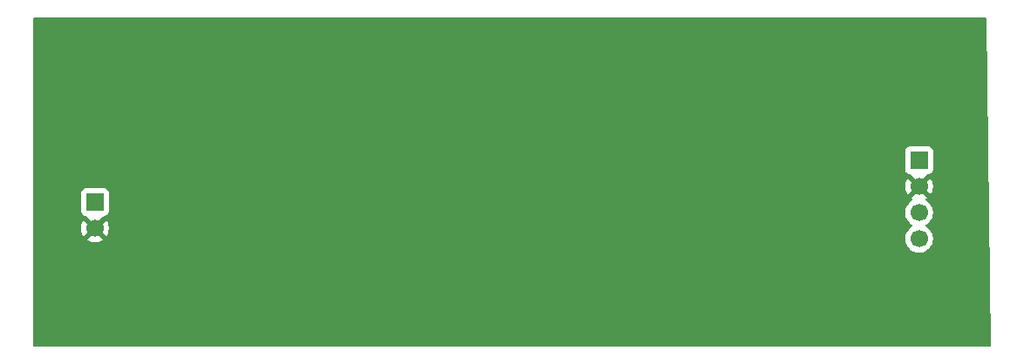
<source format=gbr>
%TF.GenerationSoftware,KiCad,Pcbnew,9.0.6*%
%TF.CreationDate,2026-01-29T23:50:48-08:00*%
%TF.ProjectId,PCB Warm-up,50434220-5761-4726-9d2d-75702e6b6963,rev?*%
%TF.SameCoordinates,Original*%
%TF.FileFunction,Copper,L2,Bot*%
%TF.FilePolarity,Positive*%
%FSLAX46Y46*%
G04 Gerber Fmt 4.6, Leading zero omitted, Abs format (unit mm)*
G04 Created by KiCad (PCBNEW 9.0.6) date 2026-01-29 23:50:48*
%MOMM*%
%LPD*%
G01*
G04 APERTURE LIST*
%TA.AperFunction,ComponentPad*%
%ADD10R,1.700000X1.700000*%
%TD*%
%TA.AperFunction,ComponentPad*%
%ADD11C,1.700000*%
%TD*%
G04 APERTURE END LIST*
D10*
%TO.P,J2,1,Pin_1*%
%TO.N,+3.3V*%
X181500000Y-107880000D03*
D11*
%TO.P,J2,2,Pin_2*%
%TO.N,GND*%
X181500000Y-110420000D03*
%TO.P,J2,3,Pin_3*%
%TO.N,Net-(J2-Pin_3)*%
X181500000Y-112960000D03*
%TO.P,J2,4,Pin_4*%
%TO.N,Net-(J2-Pin_4)*%
X181500000Y-115500000D03*
%TD*%
D10*
%TO.P,J1,1,Pin_1*%
%TO.N,Net-(J1-Pin_1)*%
X101500000Y-111960000D03*
D11*
%TO.P,J1,2,Pin_2*%
%TO.N,GND*%
X101500000Y-114500000D03*
%TD*%
%TA.AperFunction,Conductor*%
%TO.N,GND*%
G36*
X187944961Y-94019685D02*
G01*
X187990716Y-94072489D01*
X188001907Y-94122063D01*
X188498032Y-125874063D01*
X188479397Y-125941402D01*
X188427314Y-125987976D01*
X188374047Y-126000000D01*
X95624000Y-126000000D01*
X95556961Y-125980315D01*
X95511206Y-125927511D01*
X95500000Y-125876000D01*
X95500000Y-111062135D01*
X100149500Y-111062135D01*
X100149500Y-112857870D01*
X100149501Y-112857876D01*
X100155908Y-112917483D01*
X100206202Y-113052328D01*
X100206206Y-113052335D01*
X100292452Y-113167544D01*
X100292455Y-113167547D01*
X100407664Y-113253793D01*
X100407671Y-113253797D01*
X100452618Y-113270561D01*
X100542517Y-113304091D01*
X100602127Y-113310500D01*
X100612685Y-113310499D01*
X100679723Y-113330179D01*
X100700372Y-113346818D01*
X101370591Y-114017037D01*
X101307007Y-114034075D01*
X101192993Y-114099901D01*
X101099901Y-114192993D01*
X101034075Y-114307007D01*
X101017037Y-114370591D01*
X100384728Y-113738282D01*
X100384727Y-113738282D01*
X100345380Y-113792439D01*
X100248904Y-113981782D01*
X100183242Y-114183869D01*
X100183242Y-114183872D01*
X100150000Y-114393753D01*
X100150000Y-114606246D01*
X100183242Y-114816127D01*
X100183242Y-114816130D01*
X100248904Y-115018217D01*
X100345375Y-115207550D01*
X100384728Y-115261716D01*
X101017037Y-114629408D01*
X101034075Y-114692993D01*
X101099901Y-114807007D01*
X101192993Y-114900099D01*
X101307007Y-114965925D01*
X101370590Y-114982962D01*
X100738282Y-115615269D01*
X100738282Y-115615270D01*
X100792449Y-115654624D01*
X100981782Y-115751095D01*
X101183870Y-115816757D01*
X101393754Y-115850000D01*
X101606246Y-115850000D01*
X101816127Y-115816757D01*
X101816130Y-115816757D01*
X102018217Y-115751095D01*
X102207554Y-115654622D01*
X102261716Y-115615270D01*
X102261717Y-115615270D01*
X101629408Y-114982962D01*
X101692993Y-114965925D01*
X101807007Y-114900099D01*
X101900099Y-114807007D01*
X101965925Y-114692993D01*
X101982962Y-114629408D01*
X102615270Y-115261717D01*
X102615270Y-115261716D01*
X102654622Y-115207554D01*
X102751095Y-115018217D01*
X102816757Y-114816130D01*
X102816757Y-114816127D01*
X102850000Y-114606246D01*
X102850000Y-114393753D01*
X102816757Y-114183872D01*
X102816757Y-114183869D01*
X102751095Y-113981782D01*
X102654624Y-113792449D01*
X102615270Y-113738282D01*
X102615269Y-113738282D01*
X101982962Y-114370590D01*
X101965925Y-114307007D01*
X101900099Y-114192993D01*
X101807007Y-114099901D01*
X101692993Y-114034075D01*
X101629409Y-114017037D01*
X102299627Y-113346818D01*
X102360950Y-113313333D01*
X102387307Y-113310499D01*
X102397872Y-113310499D01*
X102457483Y-113304091D01*
X102592331Y-113253796D01*
X102707546Y-113167546D01*
X102793796Y-113052331D01*
X102844091Y-112917483D01*
X102850500Y-112857873D01*
X102850499Y-111062128D01*
X102844091Y-111002517D01*
X102793796Y-110867669D01*
X102793795Y-110867668D01*
X102793793Y-110867664D01*
X102707547Y-110752455D01*
X102707544Y-110752452D01*
X102592335Y-110666206D01*
X102592328Y-110666202D01*
X102457482Y-110615908D01*
X102457483Y-110615908D01*
X102397883Y-110609501D01*
X102397881Y-110609500D01*
X102397873Y-110609500D01*
X102397864Y-110609500D01*
X100602129Y-110609500D01*
X100602123Y-110609501D01*
X100542516Y-110615908D01*
X100407671Y-110666202D01*
X100407664Y-110666206D01*
X100292455Y-110752452D01*
X100292452Y-110752455D01*
X100206206Y-110867664D01*
X100206202Y-110867671D01*
X100155908Y-111002517D01*
X100149501Y-111062116D01*
X100149501Y-111062123D01*
X100149500Y-111062135D01*
X95500000Y-111062135D01*
X95500000Y-106982135D01*
X180149500Y-106982135D01*
X180149500Y-108777870D01*
X180149501Y-108777876D01*
X180155908Y-108837483D01*
X180206202Y-108972328D01*
X180206206Y-108972335D01*
X180292452Y-109087544D01*
X180292455Y-109087547D01*
X180407664Y-109173793D01*
X180407671Y-109173797D01*
X180452618Y-109190561D01*
X180542517Y-109224091D01*
X180602127Y-109230500D01*
X180612685Y-109230499D01*
X180679723Y-109250179D01*
X180700372Y-109266818D01*
X181370591Y-109937037D01*
X181307007Y-109954075D01*
X181192993Y-110019901D01*
X181099901Y-110112993D01*
X181034075Y-110227007D01*
X181017037Y-110290591D01*
X180384728Y-109658282D01*
X180384727Y-109658282D01*
X180345380Y-109712439D01*
X180248904Y-109901782D01*
X180183242Y-110103869D01*
X180183242Y-110103872D01*
X180150000Y-110313753D01*
X180150000Y-110526246D01*
X180183242Y-110736127D01*
X180183242Y-110736130D01*
X180248904Y-110938217D01*
X180345375Y-111127550D01*
X180384728Y-111181716D01*
X181017037Y-110549408D01*
X181034075Y-110612993D01*
X181099901Y-110727007D01*
X181192993Y-110820099D01*
X181307007Y-110885925D01*
X181370590Y-110902962D01*
X180738282Y-111535269D01*
X180738282Y-111535270D01*
X180792452Y-111574626D01*
X180792451Y-111574626D01*
X180801495Y-111579234D01*
X180852292Y-111627208D01*
X180869087Y-111695029D01*
X180846550Y-111761164D01*
X180801499Y-111800202D01*
X180792182Y-111804949D01*
X180620213Y-111929890D01*
X180469890Y-112080213D01*
X180344951Y-112252179D01*
X180248444Y-112441585D01*
X180182753Y-112643760D01*
X180149500Y-112853713D01*
X180149500Y-113066286D01*
X180179198Y-113253796D01*
X180182754Y-113276243D01*
X180205685Y-113346818D01*
X180248444Y-113478414D01*
X180344951Y-113667820D01*
X180469890Y-113839786D01*
X180620213Y-113990109D01*
X180792182Y-114115050D01*
X180800946Y-114119516D01*
X180851742Y-114167491D01*
X180868536Y-114235312D01*
X180845998Y-114301447D01*
X180800946Y-114340484D01*
X180792182Y-114344949D01*
X180620213Y-114469890D01*
X180469890Y-114620213D01*
X180344951Y-114792179D01*
X180248444Y-114981585D01*
X180182753Y-115183760D01*
X180170406Y-115261716D01*
X180149500Y-115393713D01*
X180149500Y-115606287D01*
X180182754Y-115816243D01*
X180193722Y-115850000D01*
X180248444Y-116018414D01*
X180344951Y-116207820D01*
X180469890Y-116379786D01*
X180620213Y-116530109D01*
X180792179Y-116655048D01*
X180792181Y-116655049D01*
X180792184Y-116655051D01*
X180981588Y-116751557D01*
X181183757Y-116817246D01*
X181393713Y-116850500D01*
X181393714Y-116850500D01*
X181606286Y-116850500D01*
X181606287Y-116850500D01*
X181816243Y-116817246D01*
X182018412Y-116751557D01*
X182207816Y-116655051D01*
X182229789Y-116639086D01*
X182379786Y-116530109D01*
X182379788Y-116530106D01*
X182379792Y-116530104D01*
X182530104Y-116379792D01*
X182530106Y-116379788D01*
X182530109Y-116379786D01*
X182655048Y-116207820D01*
X182655047Y-116207820D01*
X182655051Y-116207816D01*
X182751557Y-116018412D01*
X182817246Y-115816243D01*
X182850500Y-115606287D01*
X182850500Y-115393713D01*
X182817246Y-115183757D01*
X182751557Y-114981588D01*
X182655051Y-114792184D01*
X182655049Y-114792181D01*
X182655048Y-114792179D01*
X182530109Y-114620213D01*
X182379786Y-114469890D01*
X182207820Y-114344951D01*
X182207115Y-114344591D01*
X182199054Y-114340485D01*
X182148259Y-114292512D01*
X182131463Y-114224692D01*
X182153999Y-114158556D01*
X182199054Y-114119515D01*
X182207816Y-114115051D01*
X182319271Y-114034075D01*
X182379786Y-113990109D01*
X182379788Y-113990106D01*
X182379792Y-113990104D01*
X182530104Y-113839792D01*
X182530106Y-113839788D01*
X182530109Y-113839786D01*
X182655048Y-113667820D01*
X182655047Y-113667820D01*
X182655051Y-113667816D01*
X182751557Y-113478412D01*
X182817246Y-113276243D01*
X182850500Y-113066287D01*
X182850500Y-112853713D01*
X182817246Y-112643757D01*
X182751557Y-112441588D01*
X182655051Y-112252184D01*
X182655049Y-112252181D01*
X182655048Y-112252179D01*
X182530109Y-112080213D01*
X182379786Y-111929890D01*
X182207817Y-111804949D01*
X182198504Y-111800204D01*
X182147707Y-111752230D01*
X182130912Y-111684409D01*
X182153449Y-111618274D01*
X182198507Y-111579232D01*
X182207555Y-111574622D01*
X182261716Y-111535270D01*
X182261717Y-111535270D01*
X181629408Y-110902962D01*
X181692993Y-110885925D01*
X181807007Y-110820099D01*
X181900099Y-110727007D01*
X181965925Y-110612993D01*
X181982962Y-110549408D01*
X182615270Y-111181717D01*
X182615270Y-111181716D01*
X182654622Y-111127554D01*
X182751095Y-110938217D01*
X182816757Y-110736130D01*
X182816757Y-110736127D01*
X182850000Y-110526246D01*
X182850000Y-110313753D01*
X182816757Y-110103872D01*
X182816757Y-110103869D01*
X182751095Y-109901782D01*
X182654624Y-109712449D01*
X182615270Y-109658282D01*
X182615269Y-109658282D01*
X181982962Y-110290590D01*
X181965925Y-110227007D01*
X181900099Y-110112993D01*
X181807007Y-110019901D01*
X181692993Y-109954075D01*
X181629409Y-109937037D01*
X182299627Y-109266818D01*
X182360950Y-109233333D01*
X182387307Y-109230499D01*
X182397872Y-109230499D01*
X182457483Y-109224091D01*
X182592331Y-109173796D01*
X182707546Y-109087546D01*
X182793796Y-108972331D01*
X182844091Y-108837483D01*
X182850500Y-108777873D01*
X182850499Y-106982128D01*
X182844091Y-106922517D01*
X182793796Y-106787669D01*
X182793795Y-106787668D01*
X182793793Y-106787664D01*
X182707547Y-106672455D01*
X182707544Y-106672452D01*
X182592335Y-106586206D01*
X182592328Y-106586202D01*
X182457482Y-106535908D01*
X182457483Y-106535908D01*
X182397883Y-106529501D01*
X182397881Y-106529500D01*
X182397873Y-106529500D01*
X182397864Y-106529500D01*
X180602129Y-106529500D01*
X180602123Y-106529501D01*
X180542516Y-106535908D01*
X180407671Y-106586202D01*
X180407664Y-106586206D01*
X180292455Y-106672452D01*
X180292452Y-106672455D01*
X180206206Y-106787664D01*
X180206202Y-106787671D01*
X180155908Y-106922517D01*
X180149501Y-106982116D01*
X180149501Y-106982123D01*
X180149500Y-106982135D01*
X95500000Y-106982135D01*
X95500000Y-94124000D01*
X95519685Y-94056961D01*
X95572489Y-94011206D01*
X95624000Y-94000000D01*
X187877922Y-94000000D01*
X187944961Y-94019685D01*
G37*
%TD.AperFunction*%
%TD*%
M02*

</source>
